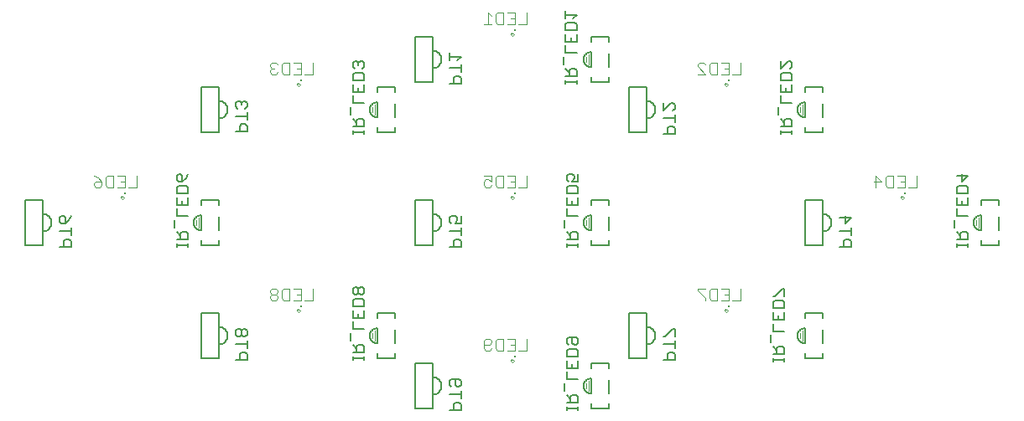
<source format=gbo>
G75*
%MOIN*%
%OFA0B0*%
%FSLAX24Y24*%
%IPPOS*%
%LPD*%
%AMOC8*
5,1,8,0,0,1.08239X$1,22.5*
%
%ADD10C,0.0025*%
%ADD11C,0.0098*%
%ADD12C,0.0040*%
%ADD13C,0.0060*%
%ADD14C,0.0020*%
%ADD15C,0.0050*%
D10*
X013121Y005430D02*
X013190Y005361D01*
X013249Y005420D01*
X013180Y005489D01*
X013121Y005430D01*
X021621Y003430D02*
X021690Y003361D01*
X021749Y003420D01*
X021680Y003489D01*
X021621Y003430D01*
X030121Y005430D02*
X030190Y005361D01*
X030249Y005420D01*
X030180Y005489D01*
X030121Y005430D01*
X037121Y009930D02*
X037190Y009861D01*
X037249Y009920D01*
X037180Y009989D01*
X037121Y009930D01*
X030249Y014420D02*
X030190Y014361D01*
X030121Y014430D01*
X030180Y014489D01*
X030249Y014420D01*
X021749Y016420D02*
X021690Y016361D01*
X021621Y016430D01*
X021680Y016489D01*
X021749Y016420D01*
X013249Y014420D02*
X013190Y014361D01*
X013121Y014430D01*
X013180Y014489D01*
X013249Y014420D01*
X006249Y009920D02*
X006190Y009861D01*
X006121Y009930D01*
X006180Y009989D01*
X006249Y009920D01*
X021621Y009930D02*
X021690Y009861D01*
X021749Y009920D01*
X021680Y009989D01*
X021621Y009930D01*
D11*
X021788Y010087D03*
X013288Y005587D03*
X021788Y003587D03*
X030288Y005587D03*
X037288Y010087D03*
X030288Y014587D03*
X021788Y016587D03*
X013288Y014587D03*
X006288Y010087D03*
D12*
X006290Y010344D02*
X005983Y010344D01*
X005830Y010344D02*
X005600Y010344D01*
X005523Y010420D01*
X005523Y010727D01*
X005600Y010804D01*
X005830Y010804D01*
X005830Y010344D01*
X006290Y010344D02*
X006290Y010804D01*
X005983Y010804D01*
X006137Y010574D02*
X006290Y010574D01*
X006751Y010804D02*
X006751Y010344D01*
X006444Y010344D01*
X005369Y010420D02*
X005369Y010574D01*
X005139Y010574D01*
X005062Y010497D01*
X005062Y010420D01*
X005139Y010344D01*
X005293Y010344D01*
X005369Y010420D01*
X005369Y010574D02*
X005216Y010727D01*
X005062Y010804D01*
X012062Y014920D02*
X012139Y014844D01*
X012293Y014844D01*
X012369Y014920D01*
X012523Y014920D02*
X012523Y015227D01*
X012600Y015304D01*
X012830Y015304D01*
X012830Y014844D01*
X012600Y014844D01*
X012523Y014920D01*
X012216Y015074D02*
X012139Y015074D01*
X012062Y014997D01*
X012062Y014920D01*
X012139Y015074D02*
X012062Y015151D01*
X012062Y015227D01*
X012139Y015304D01*
X012293Y015304D01*
X012369Y015227D01*
X012983Y015304D02*
X013290Y015304D01*
X013290Y014844D01*
X012983Y014844D01*
X013137Y015074D02*
X013290Y015074D01*
X013444Y014844D02*
X013751Y014844D01*
X013751Y015304D01*
X020562Y016844D02*
X020869Y016844D01*
X020716Y016844D02*
X020716Y017304D01*
X020869Y017151D01*
X021023Y017227D02*
X021100Y017304D01*
X021330Y017304D01*
X021330Y016844D01*
X021100Y016844D01*
X021023Y016920D01*
X021023Y017227D01*
X021483Y017304D02*
X021790Y017304D01*
X021790Y016844D01*
X021483Y016844D01*
X021637Y017074D02*
X021790Y017074D01*
X021944Y016844D02*
X022251Y016844D01*
X022251Y017304D01*
X029062Y015227D02*
X029062Y015151D01*
X029369Y014844D01*
X029062Y014844D01*
X029523Y014920D02*
X029523Y015227D01*
X029600Y015304D01*
X029830Y015304D01*
X029830Y014844D01*
X029600Y014844D01*
X029523Y014920D01*
X029983Y014844D02*
X030290Y014844D01*
X030290Y015304D01*
X029983Y015304D01*
X030137Y015074D02*
X030290Y015074D01*
X030444Y014844D02*
X030751Y014844D01*
X030751Y015304D01*
X029369Y015227D02*
X029293Y015304D01*
X029139Y015304D01*
X029062Y015227D01*
X022251Y010804D02*
X022251Y010344D01*
X021944Y010344D01*
X021790Y010344D02*
X021483Y010344D01*
X021330Y010344D02*
X021100Y010344D01*
X021023Y010420D01*
X021023Y010727D01*
X021100Y010804D01*
X021330Y010804D01*
X021330Y010344D01*
X021790Y010344D02*
X021790Y010804D01*
X021483Y010804D01*
X021637Y010574D02*
X021790Y010574D01*
X020869Y010574D02*
X020716Y010651D01*
X020639Y010651D01*
X020562Y010574D01*
X020562Y010420D01*
X020639Y010344D01*
X020793Y010344D01*
X020869Y010420D01*
X020869Y010574D02*
X020869Y010804D01*
X020562Y010804D01*
X013751Y006304D02*
X013751Y005844D01*
X013444Y005844D01*
X013290Y005844D02*
X012983Y005844D01*
X012830Y005844D02*
X012600Y005844D01*
X012523Y005920D01*
X012523Y006227D01*
X012600Y006304D01*
X012830Y006304D01*
X012830Y005844D01*
X013290Y005844D02*
X013290Y006304D01*
X012983Y006304D01*
X013137Y006074D02*
X013290Y006074D01*
X012369Y006151D02*
X012369Y006227D01*
X012293Y006304D01*
X012139Y006304D01*
X012062Y006227D01*
X012062Y006151D01*
X012139Y006074D01*
X012293Y006074D01*
X012369Y006151D01*
X012293Y006074D02*
X012369Y005997D01*
X012369Y005920D01*
X012293Y005844D01*
X012139Y005844D01*
X012062Y005920D01*
X012062Y005997D01*
X012139Y006074D01*
X020562Y004227D02*
X020562Y003920D01*
X020639Y003844D01*
X020793Y003844D01*
X020869Y003920D01*
X021023Y003920D02*
X021023Y004227D01*
X021100Y004304D01*
X021330Y004304D01*
X021330Y003844D01*
X021100Y003844D01*
X021023Y003920D01*
X020793Y004074D02*
X020562Y004074D01*
X020562Y004227D02*
X020639Y004304D01*
X020793Y004304D01*
X020869Y004227D01*
X020869Y004151D01*
X020793Y004074D01*
X021483Y004304D02*
X021790Y004304D01*
X021790Y003844D01*
X021483Y003844D01*
X021637Y004074D02*
X021790Y004074D01*
X021944Y003844D02*
X022251Y003844D01*
X022251Y004304D01*
X029062Y006227D02*
X029369Y005920D01*
X029369Y005844D01*
X029523Y005920D02*
X029523Y006227D01*
X029600Y006304D01*
X029830Y006304D01*
X029830Y005844D01*
X029600Y005844D01*
X029523Y005920D01*
X029983Y005844D02*
X030290Y005844D01*
X030290Y006304D01*
X029983Y006304D01*
X030137Y006074D02*
X030290Y006074D01*
X030751Y006304D02*
X030751Y005844D01*
X030444Y005844D01*
X029369Y006304D02*
X029062Y006304D01*
X029062Y006227D01*
X036139Y010344D02*
X036139Y010804D01*
X036369Y010574D01*
X036062Y010574D01*
X036523Y010727D02*
X036523Y010420D01*
X036600Y010344D01*
X036830Y010344D01*
X036830Y010804D01*
X036600Y010804D01*
X036523Y010727D01*
X036983Y010804D02*
X037290Y010804D01*
X037290Y010344D01*
X036983Y010344D01*
X037444Y010344D02*
X037751Y010344D01*
X037751Y010804D01*
X037290Y010574D02*
X037137Y010574D01*
D13*
X009330Y005330D02*
X009330Y003530D01*
X010030Y003530D01*
X010030Y005330D01*
X009330Y005330D01*
X010030Y004780D02*
X010067Y004778D01*
X010103Y004772D01*
X010138Y004763D01*
X010172Y004750D01*
X010205Y004733D01*
X010236Y004713D01*
X010264Y004690D01*
X010290Y004664D01*
X010313Y004636D01*
X010333Y004605D01*
X010350Y004572D01*
X010363Y004538D01*
X010372Y004503D01*
X010378Y004467D01*
X010380Y004430D01*
X010378Y004393D01*
X010372Y004357D01*
X010363Y004322D01*
X010350Y004288D01*
X010333Y004255D01*
X010313Y004224D01*
X010290Y004196D01*
X010264Y004170D01*
X010236Y004147D01*
X010205Y004127D01*
X010172Y004110D01*
X010138Y004097D01*
X010103Y004088D01*
X010067Y004082D01*
X010030Y004080D01*
X016330Y004130D02*
X016330Y004730D01*
X016296Y004728D01*
X016263Y004722D01*
X016231Y004713D01*
X016200Y004700D01*
X016170Y004684D01*
X016143Y004665D01*
X016118Y004642D01*
X016095Y004617D01*
X016076Y004590D01*
X016060Y004560D01*
X016047Y004529D01*
X016038Y004497D01*
X016032Y004464D01*
X016030Y004430D01*
X016032Y004396D01*
X016038Y004363D01*
X016047Y004331D01*
X016060Y004300D01*
X016076Y004270D01*
X016095Y004243D01*
X016118Y004218D01*
X016143Y004195D01*
X016170Y004176D01*
X016200Y004160D01*
X016231Y004147D01*
X016263Y004138D01*
X016296Y004132D01*
X016330Y004130D01*
X017030Y004130D02*
X017030Y004680D01*
X017030Y005130D02*
X017030Y005330D01*
X016330Y005330D01*
X016330Y005130D01*
X016330Y003730D02*
X016330Y003530D01*
X017030Y003530D01*
X017030Y003730D01*
X017830Y003330D02*
X018530Y003330D01*
X018530Y001530D01*
X017830Y001530D01*
X017830Y003330D01*
X018530Y002780D02*
X018567Y002778D01*
X018603Y002772D01*
X018638Y002763D01*
X018672Y002750D01*
X018705Y002733D01*
X018736Y002713D01*
X018764Y002690D01*
X018790Y002664D01*
X018813Y002636D01*
X018833Y002605D01*
X018850Y002572D01*
X018863Y002538D01*
X018872Y002503D01*
X018878Y002467D01*
X018880Y002430D01*
X018878Y002393D01*
X018872Y002357D01*
X018863Y002322D01*
X018850Y002288D01*
X018833Y002255D01*
X018813Y002224D01*
X018790Y002196D01*
X018764Y002170D01*
X018736Y002147D01*
X018705Y002127D01*
X018672Y002110D01*
X018638Y002097D01*
X018603Y002088D01*
X018567Y002082D01*
X018530Y002080D01*
X024830Y002130D02*
X024830Y002730D01*
X025530Y002680D02*
X025530Y002130D01*
X025530Y001730D02*
X025530Y001530D01*
X024830Y001530D01*
X024830Y001730D01*
X024830Y002130D02*
X024796Y002132D01*
X024763Y002138D01*
X024731Y002147D01*
X024700Y002160D01*
X024670Y002176D01*
X024643Y002195D01*
X024618Y002218D01*
X024595Y002243D01*
X024576Y002270D01*
X024560Y002300D01*
X024547Y002331D01*
X024538Y002363D01*
X024532Y002396D01*
X024530Y002430D01*
X024532Y002464D01*
X024538Y002497D01*
X024547Y002529D01*
X024560Y002560D01*
X024576Y002590D01*
X024595Y002617D01*
X024618Y002642D01*
X024643Y002665D01*
X024670Y002684D01*
X024700Y002700D01*
X024731Y002713D01*
X024763Y002722D01*
X024796Y002728D01*
X024830Y002730D01*
X024830Y003130D02*
X024830Y003330D01*
X025530Y003330D01*
X025530Y003130D01*
X026330Y003530D02*
X026330Y005330D01*
X027030Y005330D01*
X027030Y003530D01*
X026330Y003530D01*
X027030Y004080D02*
X027067Y004082D01*
X027103Y004088D01*
X027138Y004097D01*
X027172Y004110D01*
X027205Y004127D01*
X027236Y004147D01*
X027264Y004170D01*
X027290Y004196D01*
X027313Y004224D01*
X027333Y004255D01*
X027350Y004288D01*
X027363Y004322D01*
X027372Y004357D01*
X027378Y004393D01*
X027380Y004430D01*
X027378Y004467D01*
X027372Y004503D01*
X027363Y004538D01*
X027350Y004572D01*
X027333Y004605D01*
X027313Y004636D01*
X027290Y004664D01*
X027264Y004690D01*
X027236Y004713D01*
X027205Y004733D01*
X027172Y004750D01*
X027138Y004763D01*
X027103Y004772D01*
X027067Y004778D01*
X027030Y004780D01*
X033330Y004730D02*
X033330Y004130D01*
X033296Y004132D01*
X033263Y004138D01*
X033231Y004147D01*
X033200Y004160D01*
X033170Y004176D01*
X033143Y004195D01*
X033118Y004218D01*
X033095Y004243D01*
X033076Y004270D01*
X033060Y004300D01*
X033047Y004331D01*
X033038Y004363D01*
X033032Y004396D01*
X033030Y004430D01*
X033032Y004464D01*
X033038Y004497D01*
X033047Y004529D01*
X033060Y004560D01*
X033076Y004590D01*
X033095Y004617D01*
X033118Y004642D01*
X033143Y004665D01*
X033170Y004684D01*
X033200Y004700D01*
X033231Y004713D01*
X033263Y004722D01*
X033296Y004728D01*
X033330Y004730D01*
X033330Y005130D02*
X033330Y005330D01*
X034030Y005330D01*
X034030Y005130D01*
X034030Y004680D02*
X034030Y004130D01*
X034030Y003730D02*
X034030Y003530D01*
X033330Y003530D01*
X033330Y003730D01*
X033330Y008030D02*
X033330Y009830D01*
X034030Y009830D01*
X034030Y008030D01*
X033330Y008030D01*
X034030Y008580D02*
X034067Y008582D01*
X034103Y008588D01*
X034138Y008597D01*
X034172Y008610D01*
X034205Y008627D01*
X034236Y008647D01*
X034264Y008670D01*
X034290Y008696D01*
X034313Y008724D01*
X034333Y008755D01*
X034350Y008788D01*
X034363Y008822D01*
X034372Y008857D01*
X034378Y008893D01*
X034380Y008930D01*
X034378Y008967D01*
X034372Y009003D01*
X034363Y009038D01*
X034350Y009072D01*
X034333Y009105D01*
X034313Y009136D01*
X034290Y009164D01*
X034264Y009190D01*
X034236Y009213D01*
X034205Y009233D01*
X034172Y009250D01*
X034138Y009263D01*
X034103Y009272D01*
X034067Y009278D01*
X034030Y009280D01*
X040330Y009230D02*
X040330Y008630D01*
X041030Y008630D02*
X041030Y009180D01*
X040330Y009230D02*
X040296Y009228D01*
X040263Y009222D01*
X040231Y009213D01*
X040200Y009200D01*
X040170Y009184D01*
X040143Y009165D01*
X040118Y009142D01*
X040095Y009117D01*
X040076Y009090D01*
X040060Y009060D01*
X040047Y009029D01*
X040038Y008997D01*
X040032Y008964D01*
X040030Y008930D01*
X040032Y008896D01*
X040038Y008863D01*
X040047Y008831D01*
X040060Y008800D01*
X040076Y008770D01*
X040095Y008743D01*
X040118Y008718D01*
X040143Y008695D01*
X040170Y008676D01*
X040200Y008660D01*
X040231Y008647D01*
X040263Y008638D01*
X040296Y008632D01*
X040330Y008630D01*
X040330Y008230D02*
X040330Y008030D01*
X041030Y008030D01*
X041030Y008230D01*
X041030Y009630D02*
X041030Y009830D01*
X040330Y009830D01*
X040330Y009630D01*
X034030Y012530D02*
X033330Y012530D01*
X033330Y012730D01*
X033330Y013130D02*
X033330Y013730D01*
X033296Y013728D01*
X033263Y013722D01*
X033231Y013713D01*
X033200Y013700D01*
X033170Y013684D01*
X033143Y013665D01*
X033118Y013642D01*
X033095Y013617D01*
X033076Y013590D01*
X033060Y013560D01*
X033047Y013529D01*
X033038Y013497D01*
X033032Y013464D01*
X033030Y013430D01*
X033032Y013396D01*
X033038Y013363D01*
X033047Y013331D01*
X033060Y013300D01*
X033076Y013270D01*
X033095Y013243D01*
X033118Y013218D01*
X033143Y013195D01*
X033170Y013176D01*
X033200Y013160D01*
X033231Y013147D01*
X033263Y013138D01*
X033296Y013132D01*
X033330Y013130D01*
X034030Y013130D02*
X034030Y013680D01*
X034030Y014130D02*
X034030Y014330D01*
X033330Y014330D01*
X033330Y014130D01*
X034030Y012730D02*
X034030Y012530D01*
X027030Y012530D02*
X027030Y014330D01*
X026330Y014330D01*
X026330Y012530D01*
X027030Y012530D01*
X027030Y013080D02*
X027067Y013082D01*
X027103Y013088D01*
X027138Y013097D01*
X027172Y013110D01*
X027205Y013127D01*
X027236Y013147D01*
X027264Y013170D01*
X027290Y013196D01*
X027313Y013224D01*
X027333Y013255D01*
X027350Y013288D01*
X027363Y013322D01*
X027372Y013357D01*
X027378Y013393D01*
X027380Y013430D01*
X027378Y013467D01*
X027372Y013503D01*
X027363Y013538D01*
X027350Y013572D01*
X027333Y013605D01*
X027313Y013636D01*
X027290Y013664D01*
X027264Y013690D01*
X027236Y013713D01*
X027205Y013733D01*
X027172Y013750D01*
X027138Y013763D01*
X027103Y013772D01*
X027067Y013778D01*
X027030Y013780D01*
X025530Y014530D02*
X024830Y014530D01*
X024830Y014730D01*
X025530Y014730D02*
X025530Y014530D01*
X025530Y015130D02*
X025530Y015680D01*
X024830Y015730D02*
X024830Y015130D01*
X024796Y015132D01*
X024763Y015138D01*
X024731Y015147D01*
X024700Y015160D01*
X024670Y015176D01*
X024643Y015195D01*
X024618Y015218D01*
X024595Y015243D01*
X024576Y015270D01*
X024560Y015300D01*
X024547Y015331D01*
X024538Y015363D01*
X024532Y015396D01*
X024530Y015430D01*
X024532Y015464D01*
X024538Y015497D01*
X024547Y015529D01*
X024560Y015560D01*
X024576Y015590D01*
X024595Y015617D01*
X024618Y015642D01*
X024643Y015665D01*
X024670Y015684D01*
X024700Y015700D01*
X024731Y015713D01*
X024763Y015722D01*
X024796Y015728D01*
X024830Y015730D01*
X024830Y016130D02*
X024830Y016330D01*
X025530Y016330D01*
X025530Y016130D01*
X018530Y016330D02*
X018530Y014530D01*
X017830Y014530D01*
X017830Y016330D01*
X018530Y016330D01*
X018530Y015780D02*
X018567Y015778D01*
X018603Y015772D01*
X018638Y015763D01*
X018672Y015750D01*
X018705Y015733D01*
X018736Y015713D01*
X018764Y015690D01*
X018790Y015664D01*
X018813Y015636D01*
X018833Y015605D01*
X018850Y015572D01*
X018863Y015538D01*
X018872Y015503D01*
X018878Y015467D01*
X018880Y015430D01*
X018878Y015393D01*
X018872Y015357D01*
X018863Y015322D01*
X018850Y015288D01*
X018833Y015255D01*
X018813Y015224D01*
X018790Y015196D01*
X018764Y015170D01*
X018736Y015147D01*
X018705Y015127D01*
X018672Y015110D01*
X018638Y015097D01*
X018603Y015088D01*
X018567Y015082D01*
X018530Y015080D01*
X017030Y014330D02*
X016330Y014330D01*
X016330Y014130D01*
X017030Y014130D02*
X017030Y014330D01*
X017030Y013680D02*
X017030Y013130D01*
X017030Y012730D02*
X017030Y012530D01*
X016330Y012530D01*
X016330Y012730D01*
X016330Y013130D02*
X016330Y013730D01*
X016296Y013728D01*
X016263Y013722D01*
X016231Y013713D01*
X016200Y013700D01*
X016170Y013684D01*
X016143Y013665D01*
X016118Y013642D01*
X016095Y013617D01*
X016076Y013590D01*
X016060Y013560D01*
X016047Y013529D01*
X016038Y013497D01*
X016032Y013464D01*
X016030Y013430D01*
X016032Y013396D01*
X016038Y013363D01*
X016047Y013331D01*
X016060Y013300D01*
X016076Y013270D01*
X016095Y013243D01*
X016118Y013218D01*
X016143Y013195D01*
X016170Y013176D01*
X016200Y013160D01*
X016231Y013147D01*
X016263Y013138D01*
X016296Y013132D01*
X016330Y013130D01*
X010030Y013080D02*
X010067Y013082D01*
X010103Y013088D01*
X010138Y013097D01*
X010172Y013110D01*
X010205Y013127D01*
X010236Y013147D01*
X010264Y013170D01*
X010290Y013196D01*
X010313Y013224D01*
X010333Y013255D01*
X010350Y013288D01*
X010363Y013322D01*
X010372Y013357D01*
X010378Y013393D01*
X010380Y013430D01*
X010378Y013467D01*
X010372Y013503D01*
X010363Y013538D01*
X010350Y013572D01*
X010333Y013605D01*
X010313Y013636D01*
X010290Y013664D01*
X010264Y013690D01*
X010236Y013713D01*
X010205Y013733D01*
X010172Y013750D01*
X010138Y013763D01*
X010103Y013772D01*
X010067Y013778D01*
X010030Y013780D01*
X010030Y014330D02*
X009330Y014330D01*
X009330Y012530D01*
X010030Y012530D01*
X010030Y014330D01*
X010030Y009830D02*
X009330Y009830D01*
X009330Y009630D01*
X009330Y009230D02*
X009330Y008630D01*
X009296Y008632D01*
X009263Y008638D01*
X009231Y008647D01*
X009200Y008660D01*
X009170Y008676D01*
X009143Y008695D01*
X009118Y008718D01*
X009095Y008743D01*
X009076Y008770D01*
X009060Y008800D01*
X009047Y008831D01*
X009038Y008863D01*
X009032Y008896D01*
X009030Y008930D01*
X009032Y008964D01*
X009038Y008997D01*
X009047Y009029D01*
X009060Y009060D01*
X009076Y009090D01*
X009095Y009117D01*
X009118Y009142D01*
X009143Y009165D01*
X009170Y009184D01*
X009200Y009200D01*
X009231Y009213D01*
X009263Y009222D01*
X009296Y009228D01*
X009330Y009230D01*
X010030Y009180D02*
X010030Y008630D01*
X010030Y008230D02*
X010030Y008030D01*
X009330Y008030D01*
X009330Y008230D01*
X010030Y009630D02*
X010030Y009830D01*
X003030Y009830D02*
X003030Y008030D01*
X002330Y008030D01*
X002330Y009830D01*
X003030Y009830D01*
X003030Y009280D02*
X003067Y009278D01*
X003103Y009272D01*
X003138Y009263D01*
X003172Y009250D01*
X003205Y009233D01*
X003236Y009213D01*
X003264Y009190D01*
X003290Y009164D01*
X003313Y009136D01*
X003333Y009105D01*
X003350Y009072D01*
X003363Y009038D01*
X003372Y009003D01*
X003378Y008967D01*
X003380Y008930D01*
X003378Y008893D01*
X003372Y008857D01*
X003363Y008822D01*
X003350Y008788D01*
X003333Y008755D01*
X003313Y008724D01*
X003290Y008696D01*
X003264Y008670D01*
X003236Y008647D01*
X003205Y008627D01*
X003172Y008610D01*
X003138Y008597D01*
X003103Y008588D01*
X003067Y008582D01*
X003030Y008580D01*
X017830Y008030D02*
X017830Y009830D01*
X018530Y009830D01*
X018530Y008030D01*
X017830Y008030D01*
X018530Y008580D02*
X018567Y008582D01*
X018603Y008588D01*
X018638Y008597D01*
X018672Y008610D01*
X018705Y008627D01*
X018736Y008647D01*
X018764Y008670D01*
X018790Y008696D01*
X018813Y008724D01*
X018833Y008755D01*
X018850Y008788D01*
X018863Y008822D01*
X018872Y008857D01*
X018878Y008893D01*
X018880Y008930D01*
X018878Y008967D01*
X018872Y009003D01*
X018863Y009038D01*
X018850Y009072D01*
X018833Y009105D01*
X018813Y009136D01*
X018790Y009164D01*
X018764Y009190D01*
X018736Y009213D01*
X018705Y009233D01*
X018672Y009250D01*
X018638Y009263D01*
X018603Y009272D01*
X018567Y009278D01*
X018530Y009280D01*
X024830Y009230D02*
X024830Y008630D01*
X025530Y008630D02*
X025530Y009180D01*
X024830Y009230D02*
X024796Y009228D01*
X024763Y009222D01*
X024731Y009213D01*
X024700Y009200D01*
X024670Y009184D01*
X024643Y009165D01*
X024618Y009142D01*
X024595Y009117D01*
X024576Y009090D01*
X024560Y009060D01*
X024547Y009029D01*
X024538Y008997D01*
X024532Y008964D01*
X024530Y008930D01*
X024532Y008896D01*
X024538Y008863D01*
X024547Y008831D01*
X024560Y008800D01*
X024576Y008770D01*
X024595Y008743D01*
X024618Y008718D01*
X024643Y008695D01*
X024670Y008676D01*
X024700Y008660D01*
X024731Y008647D01*
X024763Y008638D01*
X024796Y008632D01*
X024830Y008630D01*
X024830Y008230D02*
X024830Y008030D01*
X025530Y008030D01*
X025530Y008230D01*
X025530Y009630D02*
X025530Y009830D01*
X024830Y009830D01*
X024830Y009630D01*
D14*
X024730Y009130D02*
X024730Y008730D01*
X024630Y008830D02*
X024630Y009030D01*
X016230Y013230D02*
X016230Y013630D01*
X016130Y013530D02*
X016130Y013330D01*
X024630Y015330D02*
X024630Y015530D01*
X024730Y015630D02*
X024730Y015230D01*
X033130Y013530D02*
X033130Y013330D01*
X033230Y013230D02*
X033230Y013630D01*
X040230Y009130D02*
X040230Y008730D01*
X040130Y008830D02*
X040130Y009030D01*
X033230Y004630D02*
X033230Y004230D01*
X033130Y004330D02*
X033130Y004530D01*
X024730Y002630D02*
X024730Y002230D01*
X024630Y002330D02*
X024630Y002530D01*
X016230Y004230D02*
X016230Y004630D01*
X016130Y004530D02*
X016130Y004330D01*
X009230Y008730D02*
X009230Y009130D01*
X009130Y009030D02*
X009130Y008830D01*
D15*
X008805Y008487D02*
X008730Y008562D01*
X008580Y008562D01*
X008505Y008487D01*
X008505Y008262D01*
X008355Y008262D02*
X008805Y008262D01*
X008805Y008487D01*
X008505Y008412D02*
X008355Y008562D01*
X008280Y008722D02*
X008280Y009023D01*
X008355Y009183D02*
X008355Y009483D01*
X008355Y009643D02*
X008355Y009943D01*
X008355Y010103D02*
X008355Y010329D01*
X008430Y010404D01*
X008730Y010404D01*
X008805Y010329D01*
X008805Y010103D01*
X008355Y010103D01*
X008805Y009943D02*
X008805Y009643D01*
X008355Y009643D01*
X008580Y009643D02*
X008580Y009793D01*
X008805Y009183D02*
X008355Y009183D01*
X008355Y008105D02*
X008355Y007955D01*
X008355Y008030D02*
X008805Y008030D01*
X008805Y007955D02*
X008805Y008105D01*
X004155Y008199D02*
X004155Y007974D01*
X003705Y007974D01*
X003855Y007974D02*
X003855Y008199D01*
X003930Y008274D01*
X004080Y008274D01*
X004155Y008199D01*
X004155Y008434D02*
X004155Y008734D01*
X004155Y008584D02*
X003705Y008584D01*
X003780Y008895D02*
X003705Y008970D01*
X003705Y009120D01*
X003780Y009195D01*
X003855Y009195D01*
X003930Y009120D01*
X003930Y008895D01*
X003780Y008895D01*
X003930Y008895D02*
X004080Y009045D01*
X004155Y009195D01*
X008355Y010639D02*
X008355Y010789D01*
X008430Y010864D01*
X008505Y010864D01*
X008580Y010789D01*
X008580Y010564D01*
X008430Y010564D01*
X008355Y010639D01*
X008580Y010564D02*
X008730Y010714D01*
X008805Y010864D01*
X010705Y012555D02*
X011155Y012555D01*
X011155Y012780D01*
X011080Y012855D01*
X010930Y012855D01*
X010855Y012780D01*
X010855Y012555D01*
X011155Y013015D02*
X011155Y013316D01*
X011155Y013166D02*
X010705Y013166D01*
X010780Y013476D02*
X010705Y013551D01*
X010705Y013701D01*
X010780Y013776D01*
X010855Y013776D01*
X010930Y013701D01*
X010930Y013626D01*
X010930Y013701D02*
X011005Y013776D01*
X011080Y013776D01*
X011155Y013701D01*
X011155Y013551D01*
X011080Y013476D01*
X015280Y013523D02*
X015280Y013222D01*
X015355Y013062D02*
X015505Y012912D01*
X015505Y012987D02*
X015505Y012762D01*
X015355Y012762D02*
X015805Y012762D01*
X015805Y012987D01*
X015730Y013062D01*
X015580Y013062D01*
X015505Y012987D01*
X015355Y012605D02*
X015355Y012455D01*
X015355Y012530D02*
X015805Y012530D01*
X015805Y012455D02*
X015805Y012605D01*
X015805Y013683D02*
X015355Y013683D01*
X015355Y013983D01*
X015355Y014143D02*
X015355Y014443D01*
X015355Y014603D02*
X015355Y014829D01*
X015430Y014904D01*
X015730Y014904D01*
X015805Y014829D01*
X015805Y014603D01*
X015355Y014603D01*
X015580Y014293D02*
X015580Y014143D01*
X015805Y014143D02*
X015355Y014143D01*
X015805Y014143D02*
X015805Y014443D01*
X015730Y015064D02*
X015805Y015139D01*
X015805Y015289D01*
X015730Y015364D01*
X015655Y015364D01*
X015580Y015289D01*
X015505Y015364D01*
X015430Y015364D01*
X015355Y015289D01*
X015355Y015139D01*
X015430Y015064D01*
X015580Y015214D02*
X015580Y015289D01*
X019205Y015395D02*
X019205Y015695D01*
X019205Y015545D02*
X019655Y015545D01*
X019505Y015395D01*
X019655Y015234D02*
X019655Y014934D01*
X019655Y015084D02*
X019205Y015084D01*
X019430Y014774D02*
X019355Y014699D01*
X019355Y014474D01*
X019205Y014474D02*
X019655Y014474D01*
X019655Y014699D01*
X019580Y014774D01*
X019430Y014774D01*
X023730Y015222D02*
X023730Y015523D01*
X023805Y015683D02*
X023805Y015983D01*
X023805Y016143D02*
X023805Y016443D01*
X023805Y016603D02*
X023805Y016829D01*
X023880Y016904D01*
X024180Y016904D01*
X024255Y016829D01*
X024255Y016603D01*
X023805Y016603D01*
X024030Y016293D02*
X024030Y016143D01*
X024255Y016143D02*
X023805Y016143D01*
X024255Y016143D02*
X024255Y016443D01*
X024105Y017064D02*
X024255Y017214D01*
X023805Y017214D01*
X023805Y017064D02*
X023805Y017364D01*
X023805Y015683D02*
X024255Y015683D01*
X024180Y015062D02*
X024030Y015062D01*
X023955Y014987D01*
X023955Y014762D01*
X023805Y014762D02*
X024255Y014762D01*
X024255Y014987D01*
X024180Y015062D01*
X023955Y014912D02*
X023805Y015062D01*
X023805Y014605D02*
X023805Y014455D01*
X023805Y014530D02*
X024255Y014530D01*
X024255Y014455D02*
X024255Y014605D01*
X027705Y013695D02*
X027705Y013395D01*
X028005Y013695D01*
X028080Y013695D01*
X028155Y013620D01*
X028155Y013470D01*
X028080Y013395D01*
X028155Y013234D02*
X028155Y012934D01*
X028155Y013084D02*
X027705Y013084D01*
X027930Y012774D02*
X027855Y012699D01*
X027855Y012474D01*
X027705Y012474D02*
X028155Y012474D01*
X028155Y012699D01*
X028080Y012774D01*
X027930Y012774D01*
X032280Y013222D02*
X032280Y013523D01*
X032355Y013683D02*
X032355Y013983D01*
X032355Y014143D02*
X032355Y014443D01*
X032355Y014603D02*
X032355Y014829D01*
X032430Y014904D01*
X032730Y014904D01*
X032805Y014829D01*
X032805Y014603D01*
X032355Y014603D01*
X032580Y014293D02*
X032580Y014143D01*
X032805Y014143D02*
X032355Y014143D01*
X032805Y014143D02*
X032805Y014443D01*
X032730Y015064D02*
X032805Y015139D01*
X032805Y015289D01*
X032730Y015364D01*
X032655Y015364D01*
X032355Y015064D01*
X032355Y015364D01*
X032355Y013683D02*
X032805Y013683D01*
X032730Y013062D02*
X032580Y013062D01*
X032505Y012987D01*
X032505Y012762D01*
X032355Y012762D02*
X032805Y012762D01*
X032805Y012987D01*
X032730Y013062D01*
X032505Y012912D02*
X032355Y013062D01*
X032355Y012605D02*
X032355Y012455D01*
X032355Y012530D02*
X032805Y012530D01*
X032805Y012455D02*
X032805Y012605D01*
X039355Y010789D02*
X039805Y010789D01*
X039580Y010564D01*
X039580Y010864D01*
X039430Y010404D02*
X039730Y010404D01*
X039805Y010329D01*
X039805Y010103D01*
X039355Y010103D01*
X039355Y010329D01*
X039430Y010404D01*
X039355Y009943D02*
X039355Y009643D01*
X039805Y009643D01*
X039805Y009943D01*
X039580Y009793D02*
X039580Y009643D01*
X039355Y009483D02*
X039355Y009183D01*
X039805Y009183D01*
X039280Y009023D02*
X039280Y008722D01*
X039355Y008562D02*
X039505Y008412D01*
X039505Y008487D02*
X039505Y008262D01*
X039355Y008262D02*
X039805Y008262D01*
X039805Y008487D01*
X039730Y008562D01*
X039580Y008562D01*
X039505Y008487D01*
X039355Y008105D02*
X039355Y007955D01*
X039355Y008030D02*
X039805Y008030D01*
X039805Y007955D02*
X039805Y008105D01*
X035155Y008199D02*
X035155Y007974D01*
X034705Y007974D01*
X034855Y007974D02*
X034855Y008199D01*
X034930Y008274D01*
X035080Y008274D01*
X035155Y008199D01*
X035155Y008434D02*
X035155Y008734D01*
X035155Y008584D02*
X034705Y008584D01*
X034930Y008895D02*
X034930Y009195D01*
X034705Y009120D02*
X035155Y009120D01*
X034930Y008895D01*
X032505Y006295D02*
X032430Y006295D01*
X032130Y005995D01*
X032055Y005995D01*
X032130Y005834D02*
X032055Y005759D01*
X032055Y005534D01*
X032505Y005534D01*
X032505Y005759D01*
X032430Y005834D01*
X032130Y005834D01*
X032505Y005995D02*
X032505Y006295D01*
X032505Y005374D02*
X032505Y005074D01*
X032055Y005074D01*
X032055Y005374D01*
X032280Y005224D02*
X032280Y005074D01*
X032055Y004914D02*
X032055Y004613D01*
X032505Y004613D01*
X031980Y004453D02*
X031980Y004153D01*
X032055Y003993D02*
X032205Y003843D01*
X032205Y003918D02*
X032205Y003693D01*
X032055Y003693D02*
X032505Y003693D01*
X032505Y003918D01*
X032430Y003993D01*
X032280Y003993D01*
X032205Y003918D01*
X032055Y003536D02*
X032055Y003386D01*
X032055Y003461D02*
X032505Y003461D01*
X032505Y003386D02*
X032505Y003536D01*
X028155Y003474D02*
X028155Y003699D01*
X028080Y003774D01*
X027930Y003774D01*
X027855Y003699D01*
X027855Y003474D01*
X027705Y003474D02*
X028155Y003474D01*
X028155Y003934D02*
X028155Y004234D01*
X028155Y004084D02*
X027705Y004084D01*
X027705Y004395D02*
X027780Y004395D01*
X028080Y004695D01*
X028155Y004695D01*
X028155Y004395D01*
X024305Y004289D02*
X024305Y004139D01*
X024230Y004064D01*
X024155Y004064D01*
X024080Y004139D01*
X024080Y004364D01*
X023930Y004364D02*
X024230Y004364D01*
X024305Y004289D01*
X023930Y004364D02*
X023855Y004289D01*
X023855Y004139D01*
X023930Y004064D01*
X023930Y003904D02*
X024230Y003904D01*
X024305Y003829D01*
X024305Y003603D01*
X023855Y003603D01*
X023855Y003829D01*
X023930Y003904D01*
X023855Y003443D02*
X023855Y003143D01*
X024305Y003143D01*
X024305Y003443D01*
X024080Y003293D02*
X024080Y003143D01*
X023855Y002983D02*
X023855Y002683D01*
X024305Y002683D01*
X023780Y002523D02*
X023780Y002222D01*
X023855Y002062D02*
X024005Y001912D01*
X024005Y001987D02*
X024005Y001762D01*
X023855Y001762D02*
X024305Y001762D01*
X024305Y001987D01*
X024230Y002062D01*
X024080Y002062D01*
X024005Y001987D01*
X023855Y001605D02*
X023855Y001455D01*
X023855Y001530D02*
X024305Y001530D01*
X024305Y001455D02*
X024305Y001605D01*
X019655Y001699D02*
X019655Y001474D01*
X019205Y001474D01*
X019355Y001474D02*
X019355Y001699D01*
X019430Y001774D01*
X019580Y001774D01*
X019655Y001699D01*
X019655Y001934D02*
X019655Y002234D01*
X019655Y002084D02*
X019205Y002084D01*
X019280Y002395D02*
X019205Y002470D01*
X019205Y002620D01*
X019280Y002695D01*
X019580Y002695D01*
X019655Y002620D01*
X019655Y002470D01*
X019580Y002395D01*
X019505Y002395D01*
X019430Y002470D01*
X019430Y002695D01*
X015805Y003455D02*
X015805Y003605D01*
X015805Y003530D02*
X015355Y003530D01*
X015355Y003455D02*
X015355Y003605D01*
X015355Y003762D02*
X015805Y003762D01*
X015805Y003987D01*
X015730Y004062D01*
X015580Y004062D01*
X015505Y003987D01*
X015505Y003762D01*
X015505Y003912D02*
X015355Y004062D01*
X015280Y004222D02*
X015280Y004523D01*
X015355Y004683D02*
X015355Y004983D01*
X015355Y005143D02*
X015355Y005443D01*
X015355Y005603D02*
X015355Y005829D01*
X015430Y005904D01*
X015730Y005904D01*
X015805Y005829D01*
X015805Y005603D01*
X015355Y005603D01*
X015805Y005443D02*
X015805Y005143D01*
X015355Y005143D01*
X015580Y005143D02*
X015580Y005293D01*
X015805Y004683D02*
X015355Y004683D01*
X015430Y006064D02*
X015505Y006064D01*
X015580Y006139D01*
X015580Y006289D01*
X015505Y006364D01*
X015430Y006364D01*
X015355Y006289D01*
X015355Y006139D01*
X015430Y006064D01*
X015580Y006139D02*
X015655Y006064D01*
X015730Y006064D01*
X015805Y006139D01*
X015805Y006289D01*
X015730Y006364D01*
X015655Y006364D01*
X015580Y006289D01*
X019205Y007974D02*
X019655Y007974D01*
X019655Y008199D01*
X019580Y008274D01*
X019430Y008274D01*
X019355Y008199D01*
X019355Y007974D01*
X019655Y008434D02*
X019655Y008734D01*
X019655Y008584D02*
X019205Y008584D01*
X019280Y008895D02*
X019205Y008970D01*
X019205Y009120D01*
X019280Y009195D01*
X019430Y009195D01*
X019505Y009120D01*
X019505Y009045D01*
X019430Y008895D01*
X019655Y008895D01*
X019655Y009195D01*
X023780Y009023D02*
X023780Y008722D01*
X023855Y008562D02*
X024005Y008412D01*
X024005Y008487D02*
X024005Y008262D01*
X023855Y008262D02*
X024305Y008262D01*
X024305Y008487D01*
X024230Y008562D01*
X024080Y008562D01*
X024005Y008487D01*
X023855Y008105D02*
X023855Y007955D01*
X023855Y008030D02*
X024305Y008030D01*
X024305Y007955D02*
X024305Y008105D01*
X024305Y009183D02*
X023855Y009183D01*
X023855Y009483D01*
X023855Y009643D02*
X023855Y009943D01*
X023855Y010103D02*
X023855Y010329D01*
X023930Y010404D01*
X024230Y010404D01*
X024305Y010329D01*
X024305Y010103D01*
X023855Y010103D01*
X024305Y009943D02*
X024305Y009643D01*
X023855Y009643D01*
X024080Y009643D02*
X024080Y009793D01*
X024080Y010564D02*
X024155Y010714D01*
X024155Y010789D01*
X024080Y010864D01*
X023930Y010864D01*
X023855Y010789D01*
X023855Y010639D01*
X023930Y010564D01*
X024080Y010564D02*
X024305Y010564D01*
X024305Y010864D01*
X011155Y004620D02*
X011080Y004695D01*
X011005Y004695D01*
X010930Y004620D01*
X010930Y004470D01*
X011005Y004395D01*
X011080Y004395D01*
X011155Y004470D01*
X011155Y004620D01*
X010930Y004620D02*
X010855Y004695D01*
X010780Y004695D01*
X010705Y004620D01*
X010705Y004470D01*
X010780Y004395D01*
X010855Y004395D01*
X010930Y004470D01*
X011155Y004234D02*
X011155Y003934D01*
X011155Y004084D02*
X010705Y004084D01*
X010930Y003774D02*
X010855Y003699D01*
X010855Y003474D01*
X010705Y003474D02*
X011155Y003474D01*
X011155Y003699D01*
X011080Y003774D01*
X010930Y003774D01*
M02*

</source>
